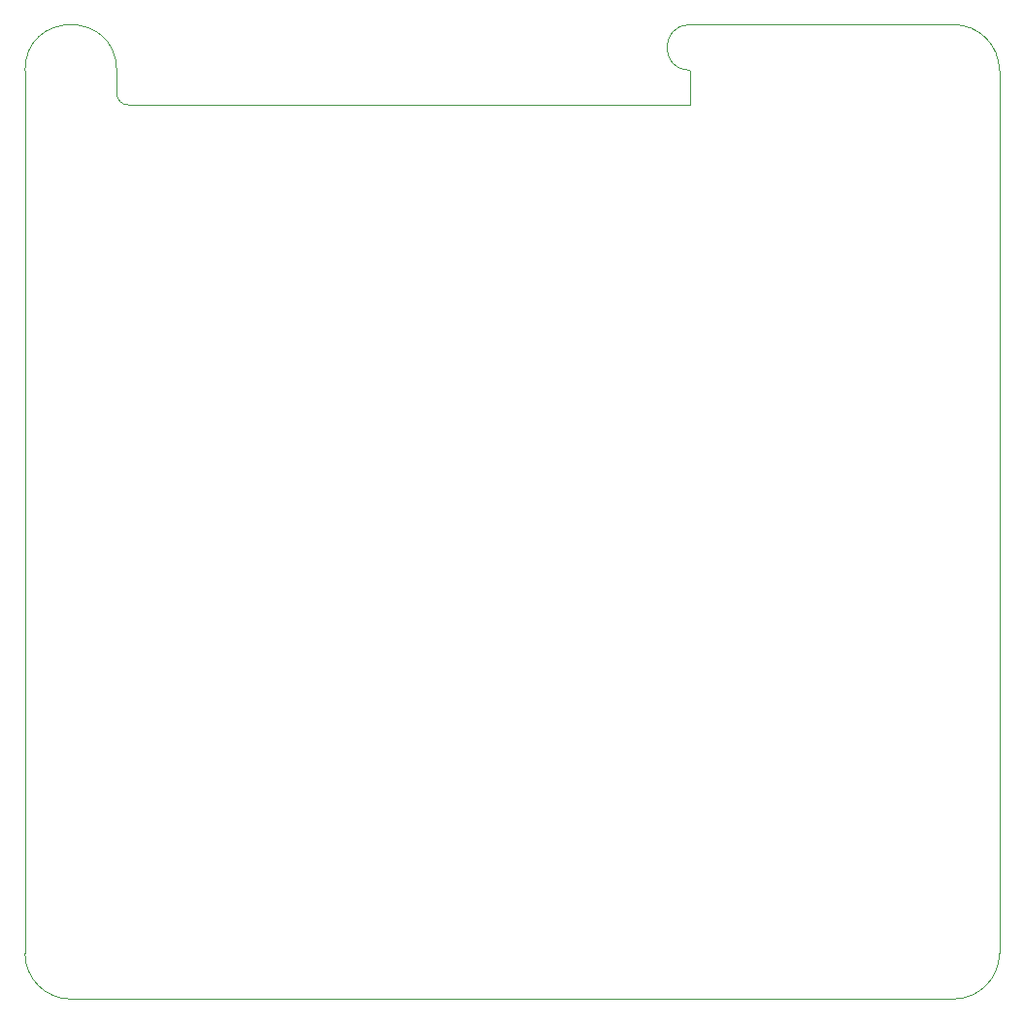
<source format=gbo>
G04 #@! TF.FileFunction,Legend,Bot*
%FSLAX46Y46*%
G04 Gerber Fmt 4.6, Leading zero omitted, Abs format (unit mm)*
G04 Created by KiCad (PCBNEW 4.0.3-stable) date 08/27/16 15:36:11*
%MOMM*%
%LPD*%
G01*
G04 APERTURE LIST*
%ADD10C,0.100000*%
G04 APERTURE END LIST*
D10*
X73000000Y-189000000D02*
X73000000Y-112000000D01*
X73000000Y-189000000D02*
G75*
G03X77000000Y-193000000I4000000J0D01*
G01*
X154000000Y-193000000D02*
X77000000Y-193000000D01*
X154000000Y-193000000D02*
G75*
G03X158000000Y-189000000I0J4000000D01*
G01*
X158000000Y-112000000D02*
X158000000Y-189000000D01*
X158000000Y-112000000D02*
G75*
G03X154000000Y-108000000I-4000000J0D01*
G01*
X131000000Y-108000000D02*
X154000000Y-108000000D01*
X131000000Y-115000000D02*
X131000000Y-112000000D01*
X131000000Y-108000000D02*
G75*
G03X131000000Y-112000000I0J-2000000D01*
G01*
X82000000Y-115000000D02*
X131000000Y-115000000D01*
X81000000Y-114000000D02*
G75*
G03X82000000Y-115000000I1000000J0D01*
G01*
X81000000Y-112000000D02*
X81000000Y-114000000D01*
X81000000Y-112000000D02*
G75*
G03X73000000Y-112000000I-4000000J0D01*
G01*
M02*

</source>
